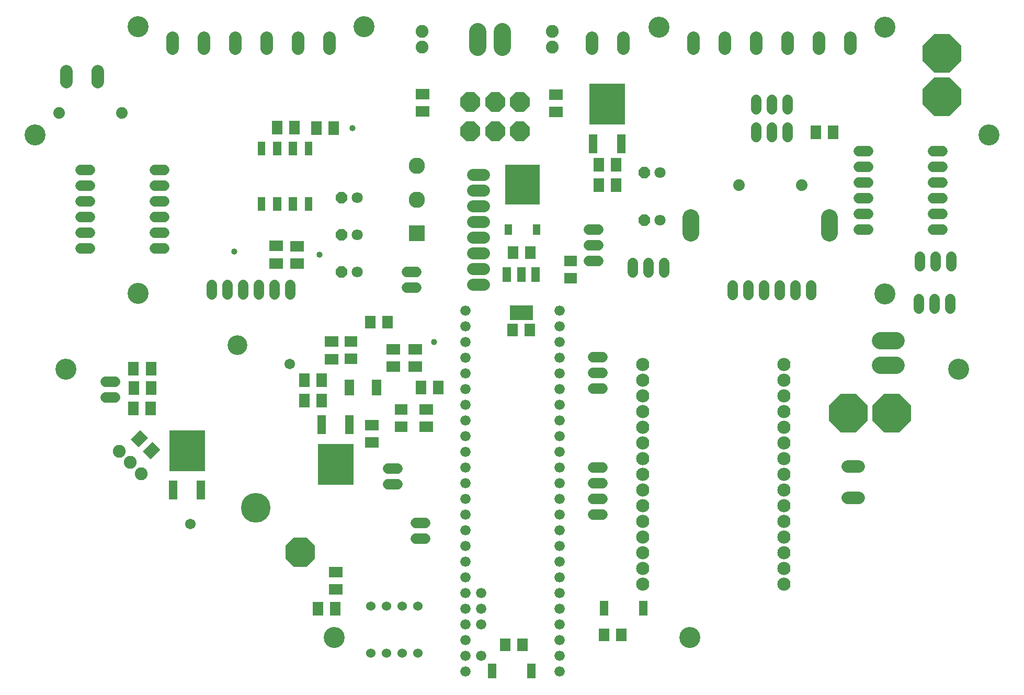
<source format=gbr>
G04 EAGLE Gerber RS-274X export*
G75*
%MOMM*%
%FSLAX34Y34*%
%LPD*%
%INSoldermask Bottom*%
%IPPOS*%
%AMOC8*
5,1,8,0,0,1.08239X$1,22.5*%
G01*
%ADD10C,3.403200*%
%ADD11C,1.727200*%
%ADD12P,1.951982X8X202.500000*%
%ADD13C,1.803400*%
%ADD14R,1.803200X2.003200*%
%ADD15R,2.003200X1.803200*%
%ADD16C,4.800600*%
%ADD17P,5.196121X8X337.500000*%
%ADD18C,2.082800*%
%ADD19C,1.879600*%
%ADD20R,1.473200X2.363200*%
%ADD21C,1.993900*%
%ADD22C,2.743200*%
%ADD23R,1.219200X2.203200*%
%ADD24R,1.473200X2.203200*%
%ADD25R,5.603200X6.403200*%
%ADD26R,1.203200X1.803200*%
%ADD27R,2.633200X2.633200*%
%ADD28C,2.633200*%
%ADD29R,1.453200X3.053200*%
%ADD30R,5.753200X6.703200*%
%ADD31C,1.524000*%
%ADD32R,2.203200X1.803200*%
%ADD33R,1.803200X2.203200*%
%ADD34P,3.477827X8X292.500000*%
%ADD35P,6.731600X8X112.500000*%
%ADD36C,2.133600*%
%ADD37C,1.676400*%
%ADD38R,1.600200X0.482600*%
%ADD39C,1.981200*%
%ADD40P,6.731600X8X22.500000*%
%ADD41R,1.422400X2.438400*%
%ADD42R,3.803200X2.403200*%
%ADD43C,2.753200*%
%ADD44C,3.203200*%
%ADD45C,1.703200*%
%ADD46C,1.009600*%


D10*
X1504840Y1114402D03*
X1139080Y1114402D03*
X295783Y1114873D03*
X613396Y126023D03*
X178510Y560905D03*
X295784Y683073D03*
X128669Y939505D03*
X1188818Y126023D03*
X1504840Y682602D03*
X1623700Y560905D03*
X1673545Y939500D03*
X661540Y1114872D03*
D11*
X1025410Y786420D02*
X1040650Y786420D01*
X1040650Y761020D02*
X1025410Y761020D01*
X1025410Y735620D02*
X1040650Y735620D01*
D12*
X625300Y718000D03*
D13*
X650700Y718000D03*
D14*
X917760Y114660D03*
X889760Y114660D03*
X1049720Y130670D03*
X1077720Y130670D03*
D12*
X1115300Y879030D03*
D13*
X1140700Y879030D03*
D12*
X1115300Y801960D03*
D13*
X1140700Y801960D03*
D15*
X995560Y735520D03*
X995560Y707520D03*
D14*
X930920Y749520D03*
X902920Y749520D03*
X930260Y623710D03*
X902260Y623710D03*
D12*
X625300Y778000D03*
D13*
X650700Y778000D03*
D12*
X625300Y838000D03*
D13*
X650700Y838000D03*
D14*
X671750Y636720D03*
X699750Y636720D03*
D15*
X640330Y577670D03*
X640330Y605670D03*
X721810Y495690D03*
X721810Y467690D03*
D16*
X486439Y335941D03*
D17*
X558281Y264099D03*
D18*
X755580Y1107700D03*
X755580Y1082300D03*
D19*
X1268130Y858460D03*
X1369730Y858460D03*
D18*
X965930Y1107700D03*
X965930Y1082300D03*
D20*
X868830Y71690D03*
X932230Y71690D03*
D21*
X1030600Y1079697D02*
X1030600Y1097604D01*
X1081400Y1097604D02*
X1081400Y1079697D01*
D22*
X1415362Y805780D02*
X1415362Y780380D01*
X1190318Y780380D02*
X1190318Y805780D01*
D23*
X495610Y917430D03*
D24*
X521010Y917430D03*
X546410Y917430D03*
D23*
X571810Y917430D03*
X571810Y828430D03*
D24*
X546410Y828430D03*
X521010Y828430D03*
D23*
X495610Y828430D03*
D25*
X917810Y859580D03*
D26*
X940610Y786580D03*
X895010Y786580D03*
D27*
X747230Y780730D03*
D28*
X747230Y835230D03*
X747230Y889730D03*
D11*
X1346920Y936680D02*
X1346920Y951920D01*
X1321520Y951920D02*
X1321520Y936680D01*
X1296120Y936680D02*
X1296120Y951920D01*
X1047620Y529050D02*
X1032380Y529050D01*
X1032380Y554450D02*
X1047620Y554450D01*
X1047620Y579850D02*
X1032380Y579850D01*
X1032380Y375980D02*
X1047620Y375980D01*
X1047620Y350580D02*
X1032380Y350580D01*
X1032380Y325180D02*
X1047620Y325180D01*
X1047620Y401380D02*
X1032380Y401380D01*
D29*
X1077890Y925690D03*
X1032290Y925690D03*
D30*
X1055090Y989690D03*
D31*
X748920Y177390D03*
X723520Y177390D03*
X723520Y101190D03*
X748920Y101190D03*
X698120Y177390D03*
X672720Y177390D03*
X698120Y101190D03*
X672720Y101190D03*
D32*
X608940Y605000D03*
X608940Y577000D03*
X553420Y731890D03*
X553420Y759890D03*
D33*
X584610Y951120D03*
X612610Y951120D03*
D32*
X518810Y731970D03*
X518810Y759970D03*
D33*
X521270Y951680D03*
X549270Y951680D03*
X1421270Y943710D03*
X1393270Y943710D03*
D32*
X972280Y976930D03*
X972280Y1004930D03*
D33*
X1069460Y858800D03*
X1041460Y858800D03*
D32*
X761930Y467550D03*
X761930Y495550D03*
D33*
X593170Y542690D03*
X565170Y542690D03*
X593240Y509720D03*
X565240Y509720D03*
D32*
X674070Y442230D03*
X674070Y470230D03*
X756160Y1006190D03*
X756160Y978190D03*
D21*
X179910Y1025647D02*
X179910Y1043554D01*
X230710Y1043554D02*
X230710Y1025647D01*
D34*
X833568Y993306D03*
X873700Y993306D03*
X913832Y993306D03*
X913832Y945554D03*
X873700Y945554D03*
X833568Y945554D03*
D35*
X1597230Y1001970D03*
X1597230Y1071970D03*
D36*
X1113130Y568160D03*
X1113130Y542760D03*
X1113130Y517360D03*
X1113130Y491960D03*
X1113130Y466560D03*
X1113130Y441160D03*
X1113130Y415760D03*
X1113130Y390360D03*
X1113130Y364960D03*
X1113130Y339560D03*
X1113130Y314160D03*
X1113130Y288760D03*
X1113130Y263360D03*
X1113130Y237960D03*
X1113130Y212560D03*
X1341730Y568160D03*
X1341730Y542760D03*
X1341730Y517360D03*
X1341730Y491960D03*
X1341730Y466560D03*
X1341730Y441160D03*
X1341730Y415760D03*
X1341730Y390360D03*
X1341730Y364960D03*
X1341730Y339560D03*
X1341730Y314160D03*
X1341730Y288760D03*
X1341730Y263360D03*
X1341730Y237960D03*
X1341730Y212560D03*
D37*
X978360Y122030D03*
X978360Y147430D03*
X978360Y172830D03*
X978360Y198230D03*
X978360Y223630D03*
X978360Y249030D03*
X978360Y274430D03*
X978360Y299830D03*
X978360Y325230D03*
X978360Y350630D03*
X978360Y376030D03*
X978360Y401430D03*
X825960Y401430D03*
X825960Y376030D03*
X825960Y350630D03*
X825960Y325230D03*
X825960Y299830D03*
X825960Y274430D03*
X825960Y249030D03*
X825960Y223630D03*
X825960Y198230D03*
X825960Y172830D03*
X825960Y147430D03*
X978360Y96630D03*
X825960Y122030D03*
X825960Y96630D03*
X978360Y71230D03*
X825960Y71230D03*
X978360Y426830D03*
X825960Y426830D03*
X978360Y452230D03*
X978360Y477630D03*
X978360Y503030D03*
X978360Y528430D03*
X978360Y553830D03*
X978360Y579230D03*
X978360Y604630D03*
X978360Y630030D03*
X978360Y655430D03*
X825960Y655430D03*
X825960Y630030D03*
X825960Y604630D03*
X825960Y579230D03*
X825960Y553830D03*
X825960Y528430D03*
X825960Y503030D03*
X825960Y477630D03*
X825960Y452230D03*
X851360Y96630D03*
X851360Y147430D03*
X851360Y172830D03*
X851360Y198230D03*
D38*
X681534Y540826D03*
X681534Y536000D03*
X681534Y530920D03*
X681534Y525840D03*
X681534Y521014D03*
X637846Y521014D03*
X637846Y525840D03*
X637846Y530920D03*
X637846Y536000D03*
X637846Y540826D03*
D39*
X837460Y799320D02*
X855240Y799320D01*
X855240Y773920D02*
X837460Y773920D01*
X837460Y824720D02*
X855240Y824720D01*
X855240Y850120D02*
X837460Y850120D01*
X837460Y875520D02*
X855240Y875520D01*
X855240Y748520D02*
X837460Y748520D01*
X837460Y723120D02*
X855240Y723120D01*
X855240Y697720D02*
X837460Y697720D01*
D21*
X1444667Y352390D02*
X1462574Y352390D01*
X1462574Y403190D02*
X1444667Y403190D01*
D40*
X1445570Y489160D03*
X1515570Y489160D03*
D41*
X892926Y713898D03*
X916040Y713898D03*
X939154Y713898D03*
D42*
X916040Y651920D03*
D29*
X592540Y470510D03*
X638140Y470510D03*
D30*
X615340Y406510D03*
D11*
X217620Y756500D02*
X202380Y756500D01*
X202380Y781900D02*
X217620Y781900D01*
X217620Y807300D02*
X202380Y807300D01*
X202380Y832700D02*
X217620Y832700D01*
X217620Y858100D02*
X202380Y858100D01*
X202380Y883500D02*
X217620Y883500D01*
X322380Y756500D02*
X337620Y756500D01*
X337620Y781900D02*
X322380Y781900D01*
X322380Y807300D02*
X337620Y807300D01*
X337620Y832700D02*
X322380Y832700D01*
X322380Y858100D02*
X337620Y858100D01*
X337620Y883500D02*
X322380Y883500D01*
X1462380Y786500D02*
X1477620Y786500D01*
X1477620Y811900D02*
X1462380Y811900D01*
X1462380Y837300D02*
X1477620Y837300D01*
X1477620Y862700D02*
X1462380Y862700D01*
X1462380Y888100D02*
X1477620Y888100D01*
X1477620Y913500D02*
X1462380Y913500D01*
X1582380Y786500D02*
X1597620Y786500D01*
X1597620Y811900D02*
X1582380Y811900D01*
X1582380Y837300D02*
X1597620Y837300D01*
X1597620Y862700D02*
X1582380Y862700D01*
X1582380Y888100D02*
X1597620Y888100D01*
X1597620Y913500D02*
X1582380Y913500D01*
D21*
X351280Y1079697D02*
X351280Y1097604D01*
X402080Y1097604D02*
X402080Y1079697D01*
X452880Y1079697D02*
X452880Y1097604D01*
X503680Y1097604D02*
X503680Y1079697D01*
X554480Y1079697D02*
X554480Y1097604D01*
X605280Y1097604D02*
X605280Y1079697D01*
X1194580Y1079697D02*
X1194580Y1097604D01*
X1245380Y1097604D02*
X1245380Y1079697D01*
X1296180Y1079697D02*
X1296180Y1097604D01*
X1346980Y1097604D02*
X1346980Y1079697D01*
X1397780Y1079697D02*
X1397780Y1097604D01*
X1448580Y1097604D02*
X1448580Y1079697D01*
D19*
X168070Y975540D03*
X269670Y975540D03*
D11*
X465920Y697130D02*
X465920Y681890D01*
X440520Y681890D02*
X440520Y697130D01*
X415120Y697130D02*
X415120Y681890D01*
X491320Y681890D02*
X491320Y697130D01*
X516720Y697130D02*
X516720Y681890D01*
X542120Y681890D02*
X542120Y697130D01*
X1309140Y696300D02*
X1309140Y681060D01*
X1283740Y681060D02*
X1283740Y696300D01*
X1258340Y696300D02*
X1258340Y681060D01*
X1334540Y681060D02*
X1334540Y696300D01*
X1359940Y696300D02*
X1359940Y681060D01*
X1385340Y681060D02*
X1385340Y696300D01*
D32*
X708470Y565000D03*
X708470Y593000D03*
D33*
X781940Y531050D03*
X753940Y531050D03*
D32*
X744250Y593000D03*
X744250Y565000D03*
D33*
X1069640Y891510D03*
X1041640Y891510D03*
D20*
X1113210Y173330D03*
X1049810Y173330D03*
D43*
X1496920Y567490D02*
X1522420Y567490D01*
X1522420Y607090D02*
X1496920Y607090D01*
D32*
X615440Y231820D03*
X615440Y203820D03*
D33*
X614970Y172560D03*
X586970Y172560D03*
D11*
X1296130Y980940D02*
X1296130Y996180D01*
X1321530Y996180D02*
X1321530Y980940D01*
X1346930Y980940D02*
X1346930Y996180D01*
D43*
X884640Y1082250D02*
X884640Y1107750D01*
X845040Y1107750D02*
X845040Y1082250D01*
D11*
X1096770Y732530D02*
X1096770Y717290D01*
X1122170Y717290D02*
X1122170Y732530D01*
X1147570Y732530D02*
X1147570Y717290D01*
X258030Y539870D02*
X242790Y539870D01*
X242790Y514470D02*
X258030Y514470D01*
X700130Y374100D02*
X715370Y374100D01*
X715370Y399500D02*
X700130Y399500D01*
X745280Y311250D02*
X760520Y311250D01*
X760520Y285850D02*
X745280Y285850D01*
X746270Y692700D02*
X731030Y692700D01*
X731030Y718100D02*
X746270Y718100D01*
X1561150Y727080D02*
X1561150Y742320D01*
X1586550Y742320D02*
X1586550Y727080D01*
X1611950Y727080D02*
X1611950Y742320D01*
X1559550Y674370D02*
X1559550Y659130D01*
X1584950Y659130D02*
X1584950Y674370D01*
X1610350Y674370D02*
X1610350Y659130D01*
D18*
X300861Y391589D03*
X282900Y409550D03*
X264939Y427511D03*
D33*
G36*
X296587Y434385D02*
X283837Y447135D01*
X299415Y462713D01*
X312165Y449963D01*
X296587Y434385D01*
G37*
G36*
X316386Y414587D02*
X303636Y427337D01*
X319214Y442915D01*
X331964Y430165D01*
X316386Y414587D01*
G37*
D29*
X397700Y364580D03*
D30*
X374900Y428580D03*
D29*
X352100Y364580D03*
D33*
X316250Y497050D03*
X288250Y497050D03*
X316500Y529650D03*
X288500Y529650D03*
X316450Y561400D03*
X288450Y561400D03*
D44*
X456450Y599700D03*
D45*
X380000Y310000D03*
X541055Y569205D03*
D46*
X451210Y750880D03*
X589120Y746190D03*
X642600Y951050D03*
X775100Y604650D03*
M02*

</source>
